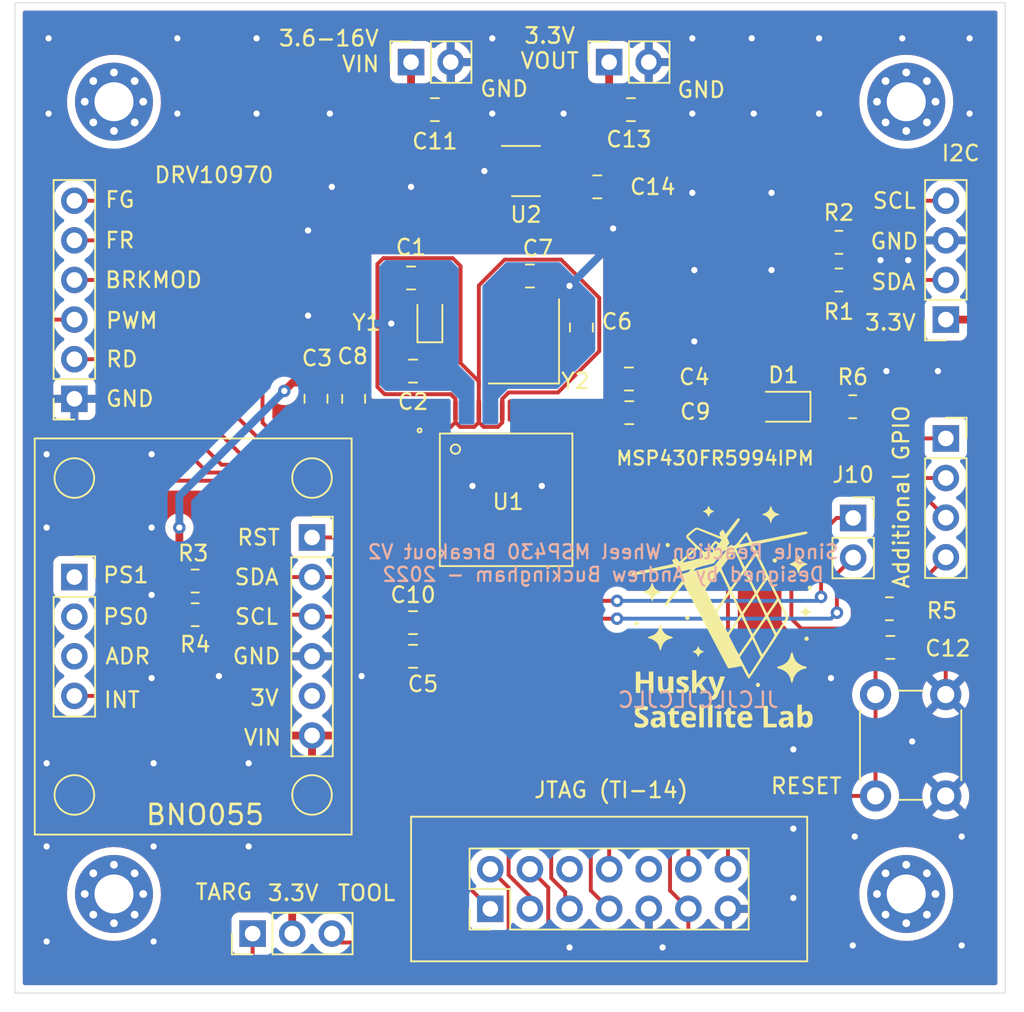
<source format=kicad_pcb>
(kicad_pcb (version 20211014) (generator pcbnew)
  (layers (0 "F.Cu" signal) (31 "B.Cu" signal) (34 "B.Paste" user) (35 "F.Paste" user) (36 "B.SilkS" user "B.Silkscreen") (37 "F.SilkS" user "F.Silkscreen") (38 "B.Mask" user) (39 "F.Mask" user) (44 "Edge.Cuts" user))
  (net 0 "")
  (net 1 "GND")
  (net 2 "5V")
  (net 3 "RST")
  (net 4 "Net-(C14-Pad1)")
  (net 5 "Net-(D1-Pad1)")
  (net 6 "LED")
  (net 7 "FG")
  (net 8 "FR")
  (net 9 "BRKMOD")
  (net 10 "PWM")
  (net 11 "RD")
  (net 12 "BNO_RST")
  (net 13 "SDA_INT")
  (net 14 "SCL_INT")
  (net 17 "INT")
  (net 19 "VCC_TARGET")
  (net 20 "VCC_TOOL")
  (net 21 "TDO")
  (net 22 "TDI")
  (net 23 "TMS")
  (net 25 "TCK")
  (net 26 "TEST")
  (net 27 "UART_CTS")
  (net 28 "UART_RXD")
  (net 29 "UART_TXD")
  (net 30 "SCL_EXT")
  (net 31 "SDA_EXT")
  (net 59 "LFXIN")
  (net 60 "LFXOUT")
  (net 61 "AVCC1")
  (net 62 "HFXIN")
  (net 63 "HFXOUT")
  (net 64 "GPIO1")
  (net 65 "GPIO2")
  (net 66 "GPIO3")
  (net 67 "GPIO4")
  (net 68 "ADC_IN_1")
  (net 69 "ADC_IN_2")
  (footprint "Capacitor_SMD:C_0805_2012Metric_Pad1.18x1.45mm_HandSolder" (layer "F.Cu") (at 143.637 73.279)
    (fp_text reference "C1")
    (fp_text value "10p")
  )
  (footprint "Capacitor_SMD:C_0805_2012Metric_Pad1.18x1.45mm_HandSolder" (layer "F.Cu") (at 143.764 79.248)
    (fp_text reference "C2")
    (fp_text value "10p")
  )
  (footprint "Capacitor_SMD:C_0805_2012Metric_Pad1.18x1.45mm_HandSolder" (layer "F.Cu") (at 137.541 81.026 90)
    (fp_text reference "C3")
    (fp_text value "1u")
  )
  (footprint "Capacitor_SMD:C_0805_2012Metric_Pad1.18x1.45mm_HandSolder" (layer "F.Cu") (at 157.607 79.756 180)
    (fp_text reference "C4")
    (fp_text value "1u")
  )
  (footprint "Capacitor_SMD:C_0805_2012Metric_Pad1.18x1.45mm_HandSolder" (layer "F.Cu") (at 143.764 97.536)
    (fp_text reference "C5")
    (fp_text value "1u")
  )
  (footprint "Capacitor_SMD:C_0805_2012Metric_Pad1.18x1.45mm_HandSolder" (layer "F.Cu") (at 154.559 76.454 90)
    (fp_text reference "C6")
    (fp_text value "10p")
  )
  (footprint "Capacitor_SMD:C_0805_2012Metric_Pad1.18x1.45mm_HandSolder" (layer "F.Cu") (at 151.257 73.152)
    (fp_text reference "C7")
    (fp_text value "10p")
  )
  (footprint "Capacitor_SMD:C_0805_2012Metric_Pad1.18x1.45mm_HandSolder" (layer "F.Cu") (at 139.954 81.026 90)
    (fp_text reference "C8")
    (fp_text value "100n")
  )
  (footprint "Capacitor_SMD:C_0805_2012Metric_Pad1.18x1.45mm_HandSolder" (layer "F.Cu") (at 157.6285 81.915 180)
    (fp_text reference "C9")
    (fp_text value "100n")
  )
  (footprint "Capacitor_SMD:C_0805_2012Metric_Pad1.18x1.45mm_HandSolder" (layer "F.Cu") (at 143.764 95.377)
    (fp_text reference "C10")
    (fp_text value "100n")
  )
  (footprint "Capacitor_SMD:C_0805_2012Metric_Pad1.18x1.45mm_HandSolder" (layer "F.Cu") (at 145.161 62.484)
    (fp_text reference "C11")
    (fp_text value "4.7u")
  )
  (footprint "Capacitor_SMD:C_0805_2012Metric_Pad1.18x1.45mm_HandSolder" (layer "F.Cu") (at 174.371 96.9645)
    (fp_text reference "C12")
    (fp_text value "1n")
  )
  (footprint "Capacitor_SMD:C_0805_2012Metric_Pad1.18x1.45mm_HandSolder" (layer "F.Cu") (at 157.734 62.484)
    (fp_text reference "C13")
    (fp_text value "4.7u")
  )
  (footprint "Capacitor_SMD:C_0805_2012Metric_Pad1.18x1.45mm_HandSolder" (layer "F.Cu") (at 155.575 67.437)
    (fp_text reference "C14")
    (fp_text value "0.01u")
  )
  (footprint "Connector_PinSocket_2.54mm:PinSocket_1x06_P2.54mm_Vertical" (layer "F.Cu") (at 122.047 81.026 180)
    (fp_text reference "J1")
    (fp_text value "Conn_DRV")
  )
  (footprint "Connector_PinSocket_2.54mm:PinSocket_1x06_P2.54mm_Vertical" (layer "F.Cu") (at 137.287 89.916)
    (fp_text reference "J2")
    (fp_text value "Conn_BNO_6")
  )
  (footprint "Connector_PinHeader_2.54mm:PinHeader_1x03_P2.54mm_Vertical" (layer "F.Cu") (at 133.477 115.316 90)
    (fp_text reference "J4")
    (fp_text value "Conn_Jumper")
  )
  (footprint "Connector_PinHeader_2.54mm:PinHeader_2x07_P2.54mm_Vertical" (layer "F.Cu") (at 148.717 113.7285 90)
    (fp_text reference "J5")
    (fp_text value "Conn_JTAG")
  )
  (footprint "Connector_PinSocket_2.54mm:PinSocket_1x02_P2.54mm_Vertical" (layer "F.Cu") (at 143.637 59.436 90)
    (fp_text reference "J6")
    (fp_text value "Conn_5V")
  )
  (footprint "Resistor_SMD:R_0805_2012Metric_Pad1.20x1.40mm_HandSolder" (layer "F.Cu") (at 171.069 73.406)
    (fp_text reference "R1")
    (fp_text value "10k")
  )
  (footprint "Resistor_SMD:R_0805_2012Metric_Pad1.20x1.40mm_HandSolder" (layer "F.Cu") (at 171.069 70.993)
    (fp_text reference "R2")
    (fp_text value "10k")
  )
  (footprint "Resistor_SMD:R_0805_2012Metric_Pad1.20x1.40mm_HandSolder" (layer "F.Cu") (at 129.794 92.71)
    (fp_text reference "R3")
    (fp_text value "10k")
  )
  (footprint "Resistor_SMD:R_0805_2012Metric_Pad1.20x1.40mm_HandSolder" (layer "F.Cu") (at 129.794 94.869)
    (fp_text reference "R4")
    (fp_text value "10k")
  )
  (footprint "Resistor_SMD:R_0805_2012Metric_Pad1.20x1.40mm_HandSolder" (layer "F.Cu") (at 174.3075 94.488 180)
    (fp_text reference "R5")
    (fp_text value "47k")
  )
  (footprint "Resistor_SMD:R_0805_2012Metric_Pad1.20x1.40mm_HandSolder" (layer "F.Cu") (at 171.958 81.534)
    (fp_text reference "R6")
    (fp_text value "470")
  )
  (footprint "Button_Switch_THT:SW_PUSH_6mm_H5mm" (layer "F.Cu") (at 173.4185 106.4895 90)
    (fp_text reference "SW1")
    (fp_text value "SW_RESET")
  )
  (footprint "HS2_parts:MSP430FR5994IPM" (layer "F.Cu") (at 149.733 87.503)
    (fp_text reference "U1")
    (fp_text value "MSP430FR5994IPM")
  )
  (footprint "Package_TO_SOT_SMD:SOT-23-5" (layer "F.Cu") (at 151.003 66.421)
    (fp_text reference "U2")
    (fp_text value "LP2985-3.3")
  )
  (footprint "Crystal:Crystal_SMD_3225-4Pin_3.2x2.5mm_HandSoldering" (layer "F.Cu") (at 150.876 77.343 90)
    (fp_text reference "Y2")
    (fp_text value "16M")
  )
  (footprint "Connector_PinSocket_2.54mm:PinSocket_1x04_P2.54mm_Vertical" (layer "F.Cu") (at 122.047 92.456)
    (fp_text reference "J3")
    (fp_text value "Conn_BNO_4")
  )
  (footprint "LED_SMD:LED_0805_2012Metric_Pad1.15x1.40mm_HandSolder" (layer "F.Cu") (at 167.386 81.534 180)
    (fp_text reference "D1")
    (fp_text value "LED")
  )
  (footprint "Connector_PinSocket_2.54mm:PinSocket_1x02_P2.54mm_Vertical" (layer "F.Cu") (at 156.337 59.436 90)
    (fp_text reference "J8")
    (fp_text value "Conn_3.3V")
  )
  (footprint "MountingHole:MountingHole_2.5mm_Pad_Via" (layer "F.Cu") (at 124.587 61.976)
    (fp_text reference "H1")
    (fp_text value "MountingHole")
  )
  (footprint "MountingHole:MountingHole_2.5mm_Pad_Via" (layer "F.Cu") (at 124.587 112.776)
    (fp_text reference "H2")
    (fp_text value "MountingHole")
  )
  (footprint "MountingHole:MountingHole_2.5mm_Pad_Via" (layer "F.Cu") (at 175.387 61.976)
    (fp_text reference "H3")
    (fp_text value "MountingHole")
  )
  (footprint "MountingHole:MountingHole_2.5mm_Pad_Via" (layer "F.Cu") (at 175.387 112.776)
    (fp_text reference "H4")
    (fp_text value "MountingHole")
  )
  (footprint "Connector_PinSocket_2.54mm:PinSocket_1x04_P2.54mm_Vertical" (layer "F.Cu") (at 177.927 75.946 180)
    (fp_text reference "J7")
    (fp_text value "Conn_I2C")
  )
  (footprint "Connector_PinSocket_2.54mm:PinSocket_1x04_P2.54mm_Vertical" (layer "F.Cu") (at 177.927 83.566)
    (fp_text reference "J9")
    (fp_text value "Conn_GPIO")
  )
  (footprint "Crystal:Crystal_SMD_2012-2Pin_2.0x1.2mm" (layer "F.Cu") (at 144.8435 76.2 90)
    (fp_text reference "Y1")
    (fp_text value "32k")
  )
  (footprint "HS2_parts:logo" (layer "F.Cu") (at 163.576 94.996)
    (fp_text reference "G***" hide)
    (fp_text value "LOGO" hide)
  )
  (footprint "Connector_PinSocket_2.54mm:PinSocket_1x02_P2.54mm_Vertical" (layer "F.Cu") (at 171.983 88.666)
    (fp_text reference "J10")
    (fp_text value "Conn_ADC")
  )
  (gr_line (start 139.827 108.966) (end 139.827 83.566) (layer "F.SilkS") (width 0.12))
  (gr_line (start 143.637 117.094) (end 143.637 107.823) (layer "F.SilkS") (width 0.12))
  (gr_circle (center 137.287 106.426) (end 138.557 106.426) (layer "F.SilkS") (width 0.12) (fill none))
  (gr_circle (center 137.287 86.106) (end 138.557 86.106) (layer "F.SilkS") (width 0.12) (fill none))
  (gr_circle (center 122.047 86.106) (end 123.317 86.106) (layer "F.SilkS") (width 0.12) (fill none))
  (gr_circle (center 122.047 106.426) (end 123.317 106.426) (layer "F.SilkS") (width 0.12) (fill none))
  (gr_line (start 143.637 107.823) (end 169.037 107.823) (layer "F.SilkS") (width 0.12))
  (gr_line (start 169.037 117.094) (end 143.637 117.094) (layer "F.SilkS") (width 0.12))
  (gr_line (start 119.507 108.966) (end 139.827 108.966) (layer "F.SilkS") (width 0.12))
  (gr_line (start 119.507 83.566) (end 119.507 108.966) (layer "F.SilkS") (width 0.12))
  (gr_line (start 169.037 107.823) (end 169.037 117.094) (layer "F.SilkS") (width 0.12))
  (gr_line (start 139.827 83.566) (end 119.507 83.566) (layer "F.SilkS") (width 0.12))
  (gr_line (start 118.237 119.126) (end 118.237 55.626) (layer "Edge.Cuts") (width 0.05))
  (gr_line (start 118.237 55.626) (end 181.737 55.626) (layer "Edge.Cuts") (width 0.05))
  (gr_line (start 181.737 119.126) (end 118.237 119.126) (layer "Edge.Cuts") (width 0.05))
  (gr_line (start 181.737 55.626) (end 181.737 119.126) (layer "Edge.Cuts") (width 0.05))
  (gr_text "Single Reaction Wheel MSP430 Breakout V2\nDesigned by Andrew Buckingham - 2022" (at 155.956 91.567) (layer "B.SilkS") (effects (font (size 0.9 0.9)) (justify mirror)))
  (gr_text "JLCJLCJLCJLC" (at 162.052 100.33) (layer "B.SilkS") (effects (font (size 1 1)) (justify mirror)))
  (gr_text "GND" (at 162.2425 61.214) (layer "F.SilkS") (effects (font (size 1 1))))
  (gr_text "SDA" (at 133.731 92.456) (layer "F.SilkS") (effects (font (size 1 1))))
  (gr_text "SDA" (at 174.5615 73.533) (layer "F.SilkS") (effects (font (size 1 1))))
  (gr_text "TOOL" (at 140.7795 112.7125) (layer "F.SilkS") (effects (font (size 1 1))))
  (gr_text "RD" (at 125.095 78.486) (layer "F.SilkS") (effects (font (size 1 1))))
  (gr_text "DRV10970" (at 131.0005 66.675) (layer "F.SilkS") (effects (font (size 1 1))))
  (gr_text "INT" (at 125.095 100.33) (layer "F.SilkS") (effects (font (size 1 1))))
  (gr_text "PWM" (at 125.73 76.0095) (layer "F.SilkS") (effects (font (size 1 1))))
  (gr_text "RST" (at 133.858 89.916) (layer "F.SilkS") (effects (font (size 1 1))))
  (gr_text "SCL" (at 174.625 68.326) (layer "F.SilkS") (effects (font (size 1 1))))
  (gr_text "ADR" (at 125.476 97.536) (layer "F.SilkS") (effects (font (size 1 1))))
  (gr_text "3.6-16V" (at 138.3665 57.912) (layer "F.SilkS") (effects (font (size 1 1))))
  (gr_text "FR" (at 124.968 70.866) (layer "F.SilkS") (effects (font (size 1 1))))
  (gr_text "GND" (at 174.625 70.9295) (layer "F.SilkS") (effects (font (size 1 1))))
  (gr_text "3.3V" (at 136.0805 112.7125) (layer "F.SilkS") (effects (font (size 1 1))))
  (gr_text "Additional GPIO" (at 175.0695 87.3125 90) (layer "F.SilkS") (effects (font (size 1 1))))
  (gr_text "3.3V" (at 174.371 76.1365) (layer "F.SilkS") (effects (font (size 1 1))))
  (gr_text "GND" (at 149.606 61.1505) (layer "F.SilkS") (effects (font (size 1 1))))
  (gr_text "BNO055" (at 130.429 107.696) (layer "F.SilkS") (effects (font (size 1.27 1.27) (thickness 0.1778))))
  (gr_text "I2C" (at 178.8795 65.278) (layer "F.SilkS") (effects (font (size 1 1))))
  (gr_text "JTAG (TI-14)" (at 156.464 106.1085) (layer "F.SilkS") (effects (font (size 1 1))))
  (gr_text "SCL" (at 133.731 94.996) (layer "F.SilkS") (effects (font (size 1 1))))
  (gr_text "BRKMOD" (at 127.127 73.406) (layer "F.SilkS") (effects (font (size 1 1))))
  (gr_text "RESET" (at 168.9735 105.8545) (layer "F.SilkS") (effects (font (size 1 1))))
  (gr_text "TARG" (at 131.6355 112.649) (layer "F.SilkS") (effects (font (size 1 1))))
  (gr_text "VIN" (at 134.112 102.743) (layer "F.SilkS") (effects (font (size 1 1))))
  (gr_text "3V" (at 134.239 100.203) (layer "F.SilkS") (effects (font (size 1 1))))
  (gr_text "3.3V\nVOUT" (at 152.527 58.547) (layer "F.SilkS") (effects (font (size 1 1))))
  (gr_text "VIN" (at 140.3985 59.563) (layer "F.SilkS") (effects (font (size 1 1))))
  (gr_text "PS1" (at 125.349 92.329) (layer "F.SilkS") (effects (font (size 1 1))))
  (gr_text "FG" (at 124.968 68.2625) (layer "F.SilkS") (effects (font (size 1 1))))
  (gr_text "GND" (at 133.731 97.536) (layer "F.SilkS") (effects (font (size 1 1))))
  (gr_text "PS0" (at 125.349 94.996) (layer "F.SilkS") (effects (font (size 1 1))))
  (gr_text "GND" (at 125.603 81.026) (layer "F.SilkS") (effects (font (size 1 1))))
  (segment (start 147.983001 82.524762) (end 147.983001 81.778) (width 0.25) (layer "F.Cu") (net 1))
  (segment (start 146.304 72.009) (end 141.859 72.009) (width 0.25) (layer "F.Cu") (net 1))
  (segment (start 147.983001 80.165001) (end 147.983001 81.778) (width 0.25) (layer "F.Cu") (net 1))
  (segment (start 149.483 81.031236) (end 149.896225 80.618011) (width 0.25) (layer "F.Cu") (net 1))
  (segment (start 149.483 81.778) (end 149.483 81.031236) (width 0.25) (layer "F.Cu") (net 1))
  (segment (start 143.033001 90.753001) (end 144.008 90.753001) (width 0.25) (layer "F.Cu") (net 1))
  (segment (start 177.9185 97.5275) (end 177.9185 99.9895) (width 0.25) (layer "F.Cu") (net 1))
  (segment (start 175.4085 96.9645) (end 177.3555 96.9645) (width 0.25) (layer "F.Cu") (net 1))
  (segment (start 146.482999 81.778) (end 146.482999 82.524763) (width 0.25) (layer "F.Cu") (net 1))
  (segment (start 146.179755 80.727991) (end 146.482999 81.031235) (width 0.25) (layer "F.Cu") (net 1))
  (segment (start 158.877 59.436) (end 158.877 62.3785) (width 0.5) (layer "F.Cu") (net 1))
  (segment (start 142.5995 73.279) (end 142.5995 75.9675) (width 0.25) (layer "F.Cu") (net 1))
  (segment (start 147.983001 80.165001) (end 147.983001 79.911001) (width 0.25) (layer "F.Cu") (net 1))
  (segment (start 149.726 78.643) (end 152.026 76.343) (width 0.25) (layer "F.Cu") (net 1))
  (segment (start 158.666 83.269) (end 158.666 81.915) (width 0.25) (layer "F.Cu") (net 1))
  (segment (start 149.200991 82.828009) (end 149.483 82.546) (width 0.25) (layer "F.Cu") (net 1))
  (segment (start 146.1985 59.4575) (end 146.177 59.436) (width 0.5) (layer "F.Cu") (net 1))
  (segment (start 149.896225 80.618011) (end 153.058179 80.618011) (width 0.25) (layer "F.Cu") (net 1))
  (segment (start 158.182 83.753) (end 158.666 83.269) (width 0.25) (layer "F.Cu") (net 1))
  (segment (start 141.478 76.2) (end 141.478 80.264) (width 0.25) (layer "F.Cu") (net 1))
  (segment (start 149.64382 72.10199) (end 147.983001 73.762809) (width 0.25) (layer "F.Cu") (net 1))
  (segment (start 141.859 72.009) (end 141.478 72.39) (width 0.25) (layer "F.Cu") (net 1))
  (segment (start 142.367 76.2) (end 141.478 76.2) (width 0.25) (layer "F.Cu") (net 1))
  (segment (start 142.7265 79.248) (end 142.7265 76.5595) (width 0.25) (layer "F.Cu") (net 1))
  (segment (start 155.458 83.753) (end 158.182 83.753) (width 0.25) (layer "F.Cu") (net 1))
  (segment (start 146.1985 62.484) (end 146.1985 59.4575) (width 0.5) (layer "F.Cu") (net 1))
  (segment (start 147.983001 73.762809) (end 147.983001 80.165001) (width 0.25) (layer "F.Cu") (net 1))
  (segment (start 156.591 67.4585) (end 156.6125 67.437) (width 0.5) (layer "F.Cu") (net 1))
  (segment (start 141.478 72.39) (end 141.478 76.2) (width 0.25) (layer "F.Cu") (net 1))
  (segment (start 143.280009 82.828009) (end 142.5155 82.0635) (width 0.25) (layer "F.Cu") (net 1))
  (segment (start 146.786245 82.828009) (end 147.679754 82.828009) (width 0.25) (layer "F.Cu") (net 1))
  (segment (start 149.726 78.793) (end 149.726 78.643) (width 0.25) (layer "F.Cu") (net 1))
  (segment (start 147.983001 82.524762) (end 148.286248 82.828009) (width 0.25) (layer "F.Cu") (net 1))
  (segment (start 146.482999 82.524763) (end 146.786245 82.828009) (width 0.25) (layer "F.Cu") (net 1))
  (segment (start 155.702 74.549) (end 154.3685 73.2155) (width 0.25) (layer "F.Cu") (net 1))
  (segment (start 141.941991 80.727991) (end 146.179755 80.727991) (width 0.25) (layer "F.Cu") (net 1))
  (segment (start 158.877 62.3785) (end 158.7715 62.484) (width 0.5) (layer "F.Cu") (net 1))
  (segment (start 142.5155 82.0635) (end 139.954 82.0635) (width 0.25) (layer "F.Cu") (net 1))
  (segment (start 153.162 73.152) (end 153.797 73.787) (width 0.25) (layer "F.Cu") (net 1))
  (segment (start 152.026 75.558) (end 153.797 73.787) (width 0.25) (layer "F.Cu") (net 1))
  (segment (start 154.559 75.4165) (end 154.559 74.549) (width 0.25) (layer "F.Cu") (net 1))
  (segment (start 154.3685 73.2155) (end 153.25499 72.10199) (width 0.25) (layer "F.Cu") (net 1))
  (segment (start 146.179753 82.828009) (end 146.482999 82.524763) (width 0.25) (layer "F.Cu") (net 1))
  (segment (start 141.478 80.264) (end 141.941991 80.727991) (width 0.25) (layer "F.Cu") (net 1))
  (segment (start 139.954 82.0635) (end 137.541 82.0635) (width 0.25) (layer "F.Cu") (net 1))
  (segment (start 146.482999 81.031235) (end 146.482999 81.778) (width 0.25) (layer "F.Cu") (net 1))
  (segment (start 149.483 82.546) (end 149.483 81.778) (width 0.25) (layer "F.Cu") (net 1))
  (segment (start 152.026 76.343) (end 152.026 75.893) (width 0.25) (layer "F.Cu") (net 1))
  (segment (start 147.983001 79.911001) (end 146.812 78.74) (width 0.25) (layer "F.Cu") (net 1))
  (segment (start 146.179753 82.828009) (end 143.280009 82.828009) (width 0.25) (layer "F.Cu") (net 1))
  (segment (start 153.25499 72.10199) (end 149.64382 72.10199) (width 0.25) (layer "F.Cu") (net 1))
  (segment (start 149.903 66.421) (end 148.336 66.421) (width 0.5) (layer "F.Cu") (net 1))
  (segment (start 148.286248 82.828009) (end 149.200991 82.828009) (width 0.25) (layer "F.Cu") (net 1))
  (segment (start 153.058179 80.618011) (end 155.702 77.97419) (width 0.25) (layer "F.Cu") (net 1))
  (segment (start 142.5995 75.9675) (end 142.367 76.2) (width 0.25) (layer "F.Cu") (net 1))
  (segment (start 153.797 73.787) (end 154.3685 73.2155) (width 0.25) (layer "F.Cu") (net 1))
  (segment (start 152.2945 73.152) (end 153.162 73.152) (width 0.25) (layer "F.Cu") (net 1))
  (segment (start 142.7265 76.5595) (end 142.367 76.2) (width 0.25) (layer "F.Cu") (net 1))
  (segment (start 147.679754 82.828009) (end 147.983001 82.524762) (width 0.25) (layer "F.Cu") (net 1))
  (segment (start 142.7265 95.377) (end 142.7265 91.059502) (width 0.25) (layer "F.Cu") (net 1))
  (segment (start 152.026 75.893) (end 152.026 75.558) (width 0.25) (layer "F.Cu") (net 1))
  (segment (start 154.559 74.549) (end 153.797 73.787) (width 0.25) (layer "F.Cu") (net 1))
  (segment (start 146.812 78.74) (end 146.812 72.517) (width 0.25) (layer "F.Cu") (net 1))
  (segment (start 155.702 77.97419) (end 155.702 74.549) (width 0.25) (layer "F.Cu") (net 1))
  (segment (start 177.3555 96.9645) (end 177.9185 97.5275) (width 0.25) (layer "F.Cu") (net 1))
  (segment (start 142.7265 91.059502) (end 143.033001 90.753001) (width 0.25) (layer "F.Cu") (net 1))
  (segment (start 146.812 72.517) (end 146.304 72.009) (width 0.25) (layer "F.Cu") (net 1))
  (via (at 166.751 72.771) (size 0.8) (drill 0.4) (layers "F.Cu" "B.Cu") (net 1))
  (via (at 133.731 62.738) (size 0.8) (drill 0.4) (layers "F.Cu" "B.Cu") (net 1))
  (via (at 143.637 67.437) (size 0.8) (drill 0.4) (layers "F.Cu" "B.Cu") (net 1))
  (via (at 169.799 62.738) (size 0.8) (drill 0.4) (layers "F.Cu" "B.Cu") (net 1))
  (via (at 175.768 102.997) (size 0.8) (drill 0.4) (layers "F.Cu" "B.Cu") (net 1))
  (via (at 140.462 98.806) (size 0.8) (drill 0.4) (layers "F.Cu" "B.Cu") (net 1))
  (via (at 153.797 73.787) (size 0.8) (drill 0.4) (layers "F.Cu" "B.Cu") (net 1))
  (via (at 133.731 57.912) (size 0.8) (drill 0.4) (layers "F.Cu" "B.Cu") (net 1))
  (via (at 173.736 72.136) (size 0.8) (drill 0.4) (layers "F.Cu" "B.Cu") (net 1))
  (via (at 142.367 76.2) (size 0.8) (drill 0.4) (layers "F.Cu" "B.Cu") (net 1))
  (via (at 138.557 67.437) (size 0.8) (drill 0.4) (layers "F.Cu" "B.Cu") (net 1))
  (via (at 166.751 67.818) (size 0.8) (drill 0.4) (layers "F.Cu" "B.Cu") (net 1))
  (via (at 127.127 104.394) (size 0.8) (drill 0.4) (layers "F.Cu" "B.Cu") (net 1))
  (via (at 127 98.933) (size 0.8) (drill 0.4) (layers "F.Cu" "B.Cu") (net 1))
  (via (at 177.419 79.248) (size 0.8) (drill 0.4) (layers "F.Cu" "B.Cu") (net 1))
  (via (at 128.651 57.912) (size 0.8) (drill 0.4) (layers "F.Cu" "B.Cu") (net 1))
  (via (at 127 89.281) (size 0.8) (drill 0.4) (layers "F.Cu" "B.Cu") (net 1))
  (via (at 161.671 57.912) (size 0.8) (drill 0.4) (layers "F.Cu" "B.Cu") (net 1))
  (via (at 159.766 116.205) (size 0.8) (drill 0.4) (layers "F.Cu" "B.Cu") (net 1))
  (via (at 120.269 89.281) (size 0.8) (drill 0.4) (layers "F.Cu" "B.Cu") (net 1))
  (via (at 168.148 103.505) (size 0.8) (drill 0.4) (layers "F.Cu" "B.Cu") (net 1))
  (via (at 168.148 113.03) (size 0.8) (drill 0.4) (layers "F.Cu" "B.Cu") (net 1))
  (via (at 147.574 86.614) (size 0.8) (drill 0.4) (layers "F.Cu" "B.Cu") (net 1))
  (via (at 137.033 75.692) (size 0.8) (drill 0.4) (layers "F.Cu" "B.Cu") (net 1))
  (via (at 175.133 57.912) (size 0.8) (drill 0.4) (layers "F.Cu" "B.Cu") (net 1))
  (via (at 179.451 62.738) (size 0.8) (drill 0.4) (layers "F.Cu" "B.Cu") (net 1))
  (via (at 179.451 57.912) (size 0.8) (drill 0.4) (layers "F.Cu" "B.Cu") (net 1))
  (via (at 133.223 104.394) (size 0.8) (drill 0.4) (layers "F.Cu" "B.Cu") (net 1))
  (via (at 120.269 115.824) (size 0.8) (drill 0.4) (layers "F.Cu" "B.Cu") (net 1))
  (via (at 131.318 98.806) (size 0.8) (drill 0.4) (layers "F.Cu" "B.Cu") (net 1))
  (via (at 168.148 108.585) (size 0.8) (drill 0.4) (layers "F.Cu" "B.Cu") (net 1))
  (via (at 161.798 72.771) (size 0.8) (drill 0.4) (layers "F.Cu" "B.Cu") (net 1))
  (via (at 128.651 62.738) (size 0.8) (drill 0.4) (layers "F.Cu" "B.Cu") (net 1))
  (via (at 165.481 57.912) (size 0.8) (drill 0.4) (layers "F.Cu" "B.Cu") (net 1))
  (via (at 175.514 72.136) (size 0.8) (drill 0.4) (layers "F.Cu" "B.Cu") (net 1))
  (via (at 156.591 70.104) (size 0.8) (drill 0.4) (layers "F.Cu" "B.Cu") (net 1))
  (via (at 169.799 57.912) (size 0.8) (drill 0.4) (layers "F.Cu" "B.Cu") (net 1))
  (via (at 161.671 67.818) (size 0.8) (drill 0.4) (layers "F.Cu" "B.Cu") (net 1))
  (via (at 127.127 115.824) (size 0.8) (drill 0.4) (layers "F.Cu" "B.Cu") (net 1))
  (via (at 120.396 62.738) (size 0.8) (drill 0.4) (layers "F.Cu" "B.Cu") (net 1))
  (via (at 153.416 62.738) (size 0.8) (drill 0.4) (layers "F.Cu" "B.Cu") (net 1))
  (via (at 148.844 57.912) (size 0.8) (drill 0.4) (layers "F.Cu" "B.Cu") (net 1))
  (via (at 165.608 62.738) (size 0.8) (drill 0.4) (layers "F.Cu" "B.Cu") (net 1))
  (via (at 120.269 109.728) (size 0.8) (drill 0.4) (layers "F.Cu" "B.Cu") (net 1))
  (via (at 172.085 109.093) (size 0.8) (drill 0.4) (layers "F.Cu" "B.Cu") (net 1))
  (via (at 120.269 104.394) (size 0.8) (drill 0.4) (layers "F.Cu" "B.Cu") (net 1))
  (via (at 127.127 109.728) (size 0.8) (drill 0.4) (layers "F.Cu" "B.Cu") (net 1))
  (via (at 148.844 62.738) (size 0.8) (drill 0.4) (layers "F.Cu" "B.Cu") (net 1))
  (via (at 174.117 79.248) (size 0.8) (drill 0.4) (layers "F.Cu" "B.Cu") (net 1))
  (via (at 152.019 86.614) (size 0.8) (drill 0.4) (layers "F.Cu" "B.Cu") (net 1))
  (via (at 127 84.582) (size 0.8) (drill 0.4) (layers "F.Cu" "B.Cu") (net 1))
  (via (at 120.269 84.582) (size 0.8) (drill 0.4) (layers "F.Cu" "B.Cu") (net 1))
  (via (at 120.396 57.912) (size 0.8) (drill 0.4) (layers "F.Cu" "B.Cu") (net 1))
  (via (at 171.958 116.078) (size 0.8) (drill 0.4) (layers "F.Cu" "B.Cu") (net 1))
  (via (at 148.336 66.421) (size 0.8) (drill 0.4) (layers "F.Cu" "B.Cu") (net 1))
  (via (at 161.798 77.343) (size 0.8) (drill 0.4) (layers "F.Cu" "B.Cu") (net 1))
  (via (at 153.797 116.205) (size 0.8) (drill 0.4) (layers "F.Cu" "B.Cu") (net 1))
  (via (at 161.671 62.738) (size 0.8) (drill 0.4) (layers "F.Cu" "B.Cu") (net 1))
  (via (at 170.561 98.933) (size 0.8) (drill 0.4) (layers "F.Cu" "B.Cu") (net 1))
  (via (at 133.223 109.728) (size 0.8) (drill 0.4) (layers "F.Cu" "B.Cu") (net 1))
  (via (at 138.43 62.738) (size 0.8) (drill 0.4) (layers "F.Cu" "B.Cu") (net 1))
  (via (at 127 93.599) (size 0.8) (drill 0.4) (layers "F.Cu" "B.Cu") (net 1))
  (via (at 137.033 70.231) (size 0.8) (drill 0.4) (layers "F.Cu" "B.Cu") (net 1))
  (via (at 178.943 116.078) (size 0.8) (drill 0.4) (layers "F.Cu" "B.Cu") (net 1))
  (via (at 178.943 109.093) (size 0.8) (drill 0.4) (layers "F.Cu" "B.Cu") (net 1))
  (segment (start 142.367 76.2) (end 139.7 76.2) (width 0.5) (layer "B.Cu") (net 1))
  (segment (start 153.797 73.787) (end 156.464 71.12) (width 0.5) (layer "B.Cu") (net 1))
  (segment (start 147.127 67.371) (end 146.746 66.99) (width 0.5) (layer "F.Cu") (net 2))
  (segment (start 144.1235 64.7485) (end 144.1235 62.484) (width 0.5) (layer "F.Cu") (net 2))
  (segment (start 146.746 65.471) (end 144.846 65.471) (width 0.5) (layer "F.Cu") (net 2))
  (segment (start 143.637 59.436) (end 143.637 61.9975) (width 0.5) (layer "F.Cu") (net 2))
  (segment (start 149.903 67.371) (end 147.127 67.371) (width 0.5) (layer "F.Cu") (net 2))
  (segment (start 144.846 65.471) (end 144.1235 64.7485) (width 0.5) (layer "F.Cu") (net 2))
  (segment (start 149.903 65.471) (end 146.746 65.471) (width 0.5) (layer "F.Cu") (net 2))
  (segment (start 146.746 66.99) (end 146.746 65.471) (width 0.5) (layer "F.Cu") (net 2))
  (segment (start 143.637 61.9975) (end 144.1235 62.484) (width 0.5) (layer "F.Cu") (net 2))
  (segment (start 162.1155 116.205) (end 169.291 116.205) (width 0.25) (layer "F.Cu") (net 3))
  (segment (start 152.983001 98.119001) (end 153.8605 98.9965) (width 0.25) (layer "F.Cu") (net 3))
  (segment (start 160.241999 112.553499) (end 161.417 113.7285) (width 0.25) (layer "F.Cu") (net 3))
  (segment (start 161.417 113.7285) (end 161.417 115.5065) (width 0.25) (layer "F.Cu") (net 3))
  (segment (start 173.3335 94.514) (end 173.3075 94.488) (width 0.25) (layer "F.Cu") (net 3))
  (segment (start 169.291 116.205) (end 170.307 115.189) (width 0.25) (layer "F.Cu") (net 3))
  (segment (start 171.069 106.4895) (end 173.4185 106.4895) (width 0.25) (layer "F.Cu") (net 3))
  (segment (start 173.4185 99.9895) (end 173.4185 97.0495) (width 0.25) (layer "F.Cu") (net 3))
  (segment (start 173.3335 96.9645) (end 173.3335 94.514) (width 0.25) (layer "F.Cu") (net 3))
  (segment (start 173.4185 106.4895) (end 173.4185 99.9895) (width 0.25) (layer "F.Cu") (net 3))
  (segment (start 161.417 115.5065) (end 162.1155 116.205) (width 0.25) (layer "F.Cu") (net 3))
  (segment (start 170.307 115.189) (end 170.307 107.2515) (width 0.25) (layer "F.Cu") (net 3))
  (segment (start 160.241999 99.726499) (end 160.241999 112.553499) (width 0.25) (layer "F.Cu") (net 3))
  (segment (start 153.8605 98.9965) (end 159.512 98.9965) (width 0.25) (layer "F.Cu") (net 3))
  (segment (start 152.983001 93.228) (end 152.983001 98.119001) (width 0.25) (layer "F.Cu") (net 3))
  (segment (start 170.307 107.2515) (end 171.069 106.4895) (width 0.25) (layer "F.Cu") (net 3))
  (segment (start 159.512 98.9965) (end 160.241999 99.726499) (width 0.25) (layer "F.Cu") (net 3))
  (segment (start 173.4185 97.0495) (end 173.3335 96.9645) (width 0.25) (layer "F.Cu") (net 3))
  (segment (start 152.169 67.437) (end 152.103 67.371) (width 0.5) (layer "F.Cu") (net 4))
  (segment (start 154.5375 67.437) (end 152.169 67.437) (width 0.5) (layer "F.Cu") (net 4))
  (segment (start 170.958 81.534) (end 168.411 81.534) (width 0.25) (layer "F.Cu") (net 5))
  (segment (start 166.361 81.534) (end 164.719 81.534) (width 0.25) (layer "F.Cu") (net 6))
  (segment (start 158.5 87.753) (end 164.719 81.534) (width 0.25) (layer "F.Cu") (net 6))
  (segment (start 155.458 87.753) (end 158.5 87.753) (width 0.25) (layer "F.Cu") (net 6))
  (segment (start 144.008 84.252999) (end 134.544999 84.252999) (width 0.25) (layer "F.Cu") (net 7))
  (segment (start 130.048 68.326) (end 122.047 68.326) (width 0.25) (layer "F.Cu") (net 7))
  (segment (start 134.544999 84.252999) (end 132.334 82.042) (width 0.25) (layer "F.Cu") (net 7))
  (segment (start 132.334 70.612) (end 130.048 68.326) (width 0.25) (layer "F.Cu") (net 7))
  (segment (start 132.334 82.042) (end 132.334 70.612) (width 0.25) (layer "F.Cu") (net 7))
  (segment (start 144.008 84.753) (end 132.886 84.753) (width 0.25) (layer "F.Cu") (net 8))
  (segment (start 129.286 70.866) (end 122.047 70.866) (width 0.25) (layer "F.Cu") (net 8))
  (segment (start 130.937 72.517) (end 129.286 70.866) (width 0.25) (layer "F.Cu") (net 8))
  (segment (start 130.937 82.804) (end 130.937 72.517) (width 0.25) (layer "F.Cu") (net 8))
  (segment (start 132.886 84.753) (end 130.937 82.804) (width 0.25) (layer "F.Cu") (net 8))
  (segment (start 144.008 85.252999) (end 131.480999 85.252999) (width 0.25) (layer "F.Cu") (net 9))
  (segment (start 131.480999 85.252999) (end 129.54 83.312) (width 0.25) (layer "F.Cu") (net 9))
  (segment (start 128.27 73.406) (end 122.047 73.406) (width 0.25) (layer "F.Cu") (net 9))
  (segment (start 129.54 83.312) (end 129.54 74.676) (width 0.25) (layer "F.Cu") (net 9))
  (segment (start 129.54 74.676) (end 128.27 73.406) (width 0.25) (layer "F.Cu") (net 9))
  (segment (start 132.715 65.405) (end 120.65 65.405) (width 0.25) (layer "F.Cu") (net 10))
  (segment (start 119.634 75.311) (end 120.269 75.946) (width 0.25) (layer "F.Cu") (net 10))
  (segment (start 134.112 66.802) (end 132.715 65.405) (width 0.25) (layer "F.Cu") (net 10))
  (segment (start 120.269 75.946) (end 122.047 75.946) (width 0.25) (layer "F.Cu") (net 10))
  (segment (start 119.634 66.421) (end 119.634 75.311) (width 0.25) (layer "F.Cu") (net 10))
  (segment (start 120.65 65.405) (end 119.634 66.421) (width 0.25) (layer "F.Cu") (net 10))
  (segment (start 135.315 83.753) (end 134.112 82.55) (width 0.25) (layer "F.Cu") (net 10))
  (segment (start 144.008 83.753) (end 135.315 83.753) (width 0.25) (layer "F.Cu") (net 10))
  (segment (start 134.112 82.55) (end 134.112 66.802) (width 0.25) (layer "F.Cu") (net 10))
  (segment (start 144.008 85.753001) (end 130.584001 85.753001) (width 0.25) (layer "F.Cu") (net 11))
  (segment (start 128.397 83.566) (end 128.397 80.264) (width 0.25) (layer "F.Cu") (net 11))
  (segment (start 126.619 78.486) (end 122.047 78.486) (width 0.25) (layer "F.Cu") (net 11))
  (segment (start 128.397 80.264) (end 126.619 78.486) (width 0.25) (layer "F.Cu") (net 11))
  (segment (start 130.584001 85.753001) (end 128.397 83.566) (width 0.25) (layer "F.Cu") (net 11))
  (segment (start 139.192 89.916) (end 137.287 89.916) (width 0.25) (layer "F.Cu") (net 12))
  (segment (start 143.608009 87.277991) (end 141.830009 87.277991) (width 0.25) (layer "F.Cu") (net 12))
  (segment (start 144.008 87.253) (end 143.633 87.253) (width 0.25) (layer "F.Cu") (net 12))
  (segment (start 143.633 87.253) (end 143.608009 87.277991) (width 0.25) (layer "F.Cu") (net 12))
  (segment (start 141.830009 87.277991) (end 139.192 89.916) (width 0.25) (layer "F.Cu") (net 12))
  (segment (start 143.641 87.753) (end 143.616008 87.777992) (width 0.25) (layer "F.Cu") (net 13))
  (segment (start 139.954 90.17) (end 139.954 91.694) (width 0.25) (layer "F.Cu") (net 13))
  (segment (start 139.954 91.694) (end 139.192 92.456) (width 0.25) (layer "F.Cu") (net 13))
  (segment (start 143.616008 87.777992) (end 142.346008 87.777992) (width 0.25) (layer "F.Cu") (net 13))
  (segment (start 142.346008 87.777992) (end 139.954 90.17) (width 0.25) (layer "F.Cu") (net 13))
  (segment (start 137.287 92.456) (end 131.048 92.456) (width 0.25) (layer "F.Cu") (net 13))
  (segment (start 139.192 92.456) (end 137.287 92.456) (width 0.25) (layer "F.Cu") (net 13))
  (segment (start 141.351 90.163236) (end 141.351 94.234) (width 0.25) (layer "F.Cu") (net 14))
  (segment (start 140.589 94.996) (end 137.287 94.996) (width 0.25) (layer "F.Cu") (net 14))
  (segment (start 141.351 94.234) (end 140.589 94.996) (width 0.25) (layer "F.Cu") (net 14))
  (segment (start 130.794 94.869) (end 137.16 94.869) (width 0.25) (layer "F.Cu") (net 14))
  (segment (start 137.16 94.869) (end 137.287 94.996) (width 0.25) (layer "F.Cu") (net 14))
  (segment (start 144.008 88.253001) (end 143.261235 88.253001) (width 0.25) (layer "F.Cu") (net 14))
  (segment (start 143.261235 88.253001) (end 141.351 90.163236) (width 0.25) (layer "F.Cu") (net 14))
  (segment (start 143.8075 86.253) (end 143.78251 86.27799) (width 0.25) (layer "F.Cu") (net 17))
  (segment (start 143.78251 86.27799) (end 126.89151 86.27799) (width 0.25) (layer "F.Cu") (net 17))
  (segment (start 124.333 100.076) (end 122.047 100.076) (width 0.25) (layer "F.Cu") (net 17))
  (segment (start 126.89151 86.27799) (end 125.095 88.0745) (width 0.25) (layer "F.Cu") (net 17))
  (segment (start 125.095 99.314) (end 124.333 100.076) (width 0.25) (layer "F.Cu") (net 17))
  (segment (start 143.998 86.253) (end 143.97301 86.27799) (width 0.25) (layer "F.Cu") (net 17))
  (segment (start 125.095 88.0745) (end 125.095 99.314) (width 0.25) (layer "F.Cu") (net 17))
  (segment (start 144.008 86.253) (end 143.8075 86.253) (width 0.25) (layer "F.Cu") (net 17))
  (segment (start 144.008 86.253) (end 143.998 86.253) (width 0.25) (layer "F.Cu") (net 17))
  (segment (start 133.477 116.967) (end 133.477 115.316) (width 0.25) (layer "F.Cu") (net 19))
  (segment (start 152.432001 116.680999) (end 151.765 117.348) (width 0.25) (layer "F.Cu") (net 19))
  (segment (start 151.257 111.1885) (end 152.432001 112.363501) (width 0.25) (layer "F.Cu") (net 19))
  (segment (start 151.765 117.348) (end 133.858 117.348) (width 0.25) (layer "F.Cu") (net 19))
  (segment (start 133.858 117.348) (end 133.477 116.967) (width 0.25) (layer "F.Cu") (net 19))
  (segment (start 152.432001 112.363501) (end 152.432001 116.680999) (width 0.25) (layer "F.Cu") (net 19))
  (segment (start 148.717 111.1885) (end 149.892001 112.363501) (width 0.25) (layer "F.Cu") (net 20))
  (segment (start 139.1285 115.8875) (end 138.557 115.316) (width 0.25) (layer "F.Cu") (net 20))
  (segment (start 149.892001 112.363501) (end 149.892001 115.410999) (width 0.25) (layer "F.Cu") (net 20))
  (segment (start 149.892001 115.410999) (end 149.4155 115.8875) (width 0.25) (layer "F.Cu") (net 20))
  (segment (start 149.4155 115.8875) (end 139.1285 115.8875) (width 0.25) (layer "F.Cu") (net 20))
  (segment (start 146.8755 105.283) (end 145.983 104.3905) (width 0.25) (layer "F.Cu") (net 21))
  (segment (start 146.8755 111.887) (end 146.8755 105.283) (width 0.25) (layer "F.Cu") (net 21))
  (segment (start 145.983 104.3905) (end 145.983 93.228) (width 0.25) (layer "F.Cu") (net 21))
  (segment (start 148.717 113.7285) (end 146.8755 111.887) (width 0.25) (layer "F.Cu") (net 21))
  (segment (start 149.892001 105.696001) (end 149.892001 111.562503) (width 0.25) (layer "F.Cu") (net 22))
  (segment (start 146.482999 103.556999) (end 146.482999 93.228) (width 0.25) (layer "F.Cu") (net 22))
  (segment (start 147.701 104.775) (end 146.482999 103.556999) (width 0.25) (layer "F.Cu") (net 22))
  (segment (start 151.257 112.927502) (end 151.257 113.7285) (width 0.25) (layer "F.Cu") (net 22))
  (segment (start 149.892001 105.696001) (end 148.971 104.775) (width 0.25) (layer "F.Cu") (net 22))
  (segment (start 148.971 104.775) (end 147.701 104.775) (width 0.25) (layer "F.Cu") (net 22))
  (segment (start 149.892001 111.562503) (end 151.257 112.927502) (width 0.25) (layer "F.Cu") (net 22))
  (segment (start 151.5745 103.886) (end 147.955 103.886) (width 0.25) (layer "F.Cu") (net 23))
  (segment (start 147.955 103.886) (end 146.983 102.914) (width 0.25) (layer "F.Cu") (net 23))
  (segment (start 152.621999 104.933499) (end 152.621999 111.752501) (width 0.25) (layer "F.Cu") (net 23))
  (segment (start 152.621999 111.752501) (end 153.518498 112.649) (width 0.25) (layer "F.Cu") (net 23))
  (segment (start 153.518498 112.649) (end 153.518498 113.449998) (width 0.25) (layer "F.Cu") (net 23))
  (segment (start 153.518498 113.449998) (end 153.797 113.7285) (width 0.25) (layer "F.Cu") (net 23))
  (segment (start 146.983 102.914) (end 146.983 93.228) (width 0.25) (layer "F.Cu") (net 23))
  (segment (start 152.621999 104.933499) (end 151.5745 103.886) (width 0.25) (layer "F.Cu") (net 23))
  (segment (start 147.482999 101.889999) (end 147.482999 93.228) (width 0.25) (layer "F.Cu") (net 25))
  (segment (start 155.161999 112.553499) (end 155.161999 103.409499) (width 0.25) (layer "F.Cu") (net 25))
  (segment (start 156.337 113.7285) (end 155.161999 112.553499) (width 0.25) (layer "F.Cu") (net 25))
  (segment (start 155.161999 103.409499) (end 154.6225 102.87) (width 0.25) (layer "F.Cu") (net 25))
  (segment (start 154.6225 102.87) (end 148.463 102.87) (width 0.25) (layer "F.Cu") (net 25))
  (segment (start 148.463 102.87) (end 147.482999 101.889999) (width 0.25) (layer "F.Cu") (net 25))
  (segment (start 156.337 101.7905) (end 155.1305 100.584) (width 0.25) (layer "F.Cu") (net 26))
  (segment (start 152.483 99.9685) (end 152.483 93.228) (width 0.25) (layer "F.Cu") (net 26))
  (segment (start 155.1305 100.584) (end 153.0985 100.584) (width 0.25) (layer "F.Cu") (net 26))
  (segment (start 156.337 111.1885) (end 156.337 101.7905) (width 0.25) (layer "F.Cu") (net 26))
  (segment (start 153.0985 100.584) (end 152.483 99.9685) (width 0.25) (layer "F.Cu") (net 26))
  (segment (start 163.957 92.583) (end 162.627 91.253) (width 0.25) (layer "F.Cu") (net 28))
  (segment (start 163.957 111.1885) (end 163.957 92.583) (width 0.25) (layer "F.Cu") (net 28))
  (segment (start 162.627 91.253) (end 155.458 91.253) (width 0.25) (layer "F.Cu") (net 28))
  (segment (start 160.401 98.171) (end 161.417 99.187) (width 0.25) (layer "F.Cu") (net 29))
  (segment (start 154.178 98.171) (end 160.401 98.171) (width 0.25) (layer "F.Cu") (net 29))
  (segment (start 153.483 97.476) (end 154.178 98.171) (width 0.25) (layer "F.Cu") (net 29))
  (segment (start 161.417 99.187) (end 161.417 111.1885) (width 0.25) (layer "F.Cu") (net 29))
  (segment (start 153.483 93.228) (end 153.483 97.476) (width 0.25) (layer "F.Cu") (net 29))
  (segment (start 171.14399 76.25201) (end 171.14399 71.91801) (width 0.25) (layer "F.Cu") (net 30))
  (segment (start 172.069 70.993) (end 173.482 70.993) (width 0.25) (layer "F.Cu") (net 30))
  (segment (start 173.482 70.993) (end 176.149 68.326) (width 0.25) (layer "F.Cu") (net 30))
  (segment (start 171.14399 71.91801) (end 172.069 70.993) (width 0.25) (layer "F.Cu") (net 30))
  (segment (start 176.149 68.326) (end 177.927 68.326) (width 0.25) (layer "F.Cu") (net 30))
  (segment (start 155.458 86.752999) (end 158.227181 86.752999) (width 0.25) (layer "F.Cu") (net 30))
  (segment (start 170.053 77.343) (end 171.14399 76.25201) (width 0.25) (layer "F.Cu") (net 30))
  (segment (start 158.227181 86.752999) (end 167.63718 77.343) (width 0.25) (layer "F.Cu") (net 30))
  (segment (start 167.63718 77.343) (end 170.053 77.343) (width 0.25) (layer "F.Cu") (net 30))
  (segment (start 171.069 79.121) (end 172.069 78.121) (width 0.25) (layer "F.Cu") (net 31))
  (segment (start 155.458 87.253) (end 158.36359 87.253) (width 0.25) (layer "F.Cu") (net 31))
  (segment (start 172.069 73.406) (end 177.927 73.406) (width 0.25) (layer "F.Cu") (net 31))
  (segment (start 166.49559 79.121) (end 171.069 79.121) (width 0.25) (layer "F.Cu") (net 31))
  (segment (start 158.36359 87.253) (end 166.49559 79.121) (width 0.25) (layer "F.Cu") (net 31))
  (segment (start 172.069 78.121) (end 172.069 73.406) (width 0.25) (layer "F.Cu") (net 31))
  (segment (start 147.482999 80.047409) (end 146.36199 78.9264) (width 0.25) (layer "F.Cu") (net 59))
  (segment (start 146.36199 75.74999) (end 146.112 75.5) (width 0.25) (layer "F.Cu") (net 59))
  (segment (start 146.112 75.5) (end 144.8435 75.5) (width 0.25) (layer "F.Cu") (net 59))
  (segment (start 144.6745 75.331) (end 144.8435 75.5) (width 0.25) (layer "F.Cu") (net 59))
  (segment (start 144.6745 73.279) (end 144.6745 75.331) (width 0.25) (layer "F.Cu") (net 59))
  (segment (start 146.36199 78.9264) (end 146.36199 75.74999) (width 0.25) (layer "F.Cu") (net 59))
  (segment (start 147.482999 81.778) (end 147.482999 80.047409) (width 0.25) (layer "F.Cu") (net 59))
  (segment (start 146.983 80.18382) (end 145.91198 79.1128) (width 0.25) (layer "F.Cu") (net 60))
  (segment (start 144.8435 76.9) (end 144.8435 79.206) (width 0.25) (layer "F.Cu") (net 60))
  (segment (start 145.6705 76.9) (end 144.8435 76.9) (width 0.25) (layer "F.Cu") (net 60))
  (segment (start 146.983 81.778) (end 146.983 80.18382) (width 0.25) (layer "F.Cu") (net 60))
  (segment (start 145.91198 79.1128) (end 145.91198 77.14148) (width 0.25) (layer "F.Cu") (net 60))
  (segment (start 145.91198 77.14148) (end 145.6705 76.9) (width 0.25) (layer "F.Cu") (net 60))
  (segment (start 156.337 62.1245) (end 156.6965 62.484) (width 0.5) (layer "F.Cu") (net 61))
  (segment (start 144.8015 91.3345) (end 144.72 91.253) (width 0.25) (layer "F.Cu") (net 61))
  (segment (start 133.858 102.616) (end 137.287 102.616) (width 0.5) (layer "F.Cu") (net 61))
  (segment (start 129.413 102.616) (end 133.858 102.616) (width 0.5) (layer "F.Cu") (net 61))
  (segment (start 145.983 81.778) (end 145.81849 81.61349) (width 0.25) (layer "F.Cu") (net 61))
  (segment (start 137.541 79.9885) (end 136.0385 79.9885) (width 0.5) (layer "F.Cu") (net 61))
  (segment (start 180.086 75.946) (end 180.213 75.819) (width 0.5) (layer "F.Cu") (net 61))
  (segment (start 170.241 65.471) (end 179.263 65.471) (width 0.5) (layer "F.Cu") (net 61))
  (segment (start 180.213 66.421) (end 180.213 75.819) (width 0.5) (layer "F.Cu") (net 61))
  (segment (start 140.716 69.977) (end 139.954 70.739) (width 0.5) (layer "F.Cu") (net 61))
  (segment (start 137.287 102.616) (end 137.287 110.871) (width 0.5) (layer "F.Cu") (net 61))
  (segment (start 128.778 92.694) (end 128.794 92.71) (width 0.5) (layer "F.Cu") (net 61))
  (segment (start 180.213 93.9165) (end 180.213 75.819) (width 0.5) (layer "F.Cu") (net 61))
  (segment (start 144.8015 99.9275) (end 144.8015 97.536) (width 0.5) (layer "F.Cu") (net 61))
  (segment (start 156.591 81.915) (end 156.591 79.7775) (width 0.5) (layer "F.Cu") (net 61))
  (segment (start 139.954 77.724) (end 139.954 79.9885) (width 0.5) (layer "F.Cu") (net 61))
  (segment (start 136.017 112.141) (end 136.017 115.316) (width 0.5) (layer "F.Cu") (net 61))
  (segment (start 156.5695 76.0945) (end 159.959 72.705) (width 0.5) (layer "F.Cu") (net 61))
  (segment (start 145.81849 81.61349) (end 141.57899 81.61349) (width 0.25) (layer "F.Cu") (net 61))
  (segment (start 144.8015 97.536) (end 144.8015 95.377) (width 0.5) (layer "F.Cu") (net 61))
  (segment (start 156.591 81.915) (end 153.72001 81.915) (width 0.5) (layer "F.Cu") (net 61))
  (segment (start 179.263 65.471) (end 180.213 66.421) (width 0.5) (layer "F.Cu") (net 61))
  (segment (start 141.57899 81.61349) (end 139.954 79.9885) (width 0.25) (layer "F.Cu") (net 61))
  (segment (start 139.954 70.739) (end 139.954 77.724) (width 0.5) (layer "F.Cu") (net 61))
  (segment (start 156.652 65.471) (end 159.959 65.471) (width 0.5) (layer "F.Cu") (net 61))
  (segment (start 151.445 65.471) (end 151.003 65.913) (width 0.5) (layer "F.Cu") (net 61))
  (segment (start 159.959 65.471) (end 170.241 65.471) (width 0.5) (layer "F.Cu") (net 61))
  (segment (start 153.72001 81.915) (end 153.58301 81.778) (width 0.5) (layer "F.Cu") (net 61))
  (segment (start 137.287 110.871) (end 136.017 112.141) (width 0.5) (layer "F.Cu") (net 61))
  (segment (start 137.287 102.616) (end 142.113 102.616) (width 0.5) (layer "F.Cu") (net 61))
  (segment (start 150.114 69.977) (end 140.716 69.977) (width 0.5) (layer "F.Cu") (net 61))
  (segment (start 152.103 65.471) (end 151.445 65.471) (width 0.5) (layer "F.Cu") (net 61))
  (segment (start 170.069 65.643) (end 170.241 65.471) (width 0.5) (layer "F.Cu") (net 61))
  (segment (start 144.8015 95.377) (end 144.8015 91.3345) (width 0.25) (layer "F.Cu") (net 61))
  (segment (start 142.113 102.616) (end 144.8015 99.9275) (width 0.5) (layer "F.Cu") (net 61))
  (segment (start 151.003 69.088) (end 150.114 69.977) (width 0.5) (layer "F.Cu") (net 61))
  (segment (start 156.6965 62.484) (end 156.6965 65.4265) (width 0.5) (layer "F.Cu") (net 61))
  (segment (start 175.3075 94.488) (end 179.6415 94.488) (width 0.5) (layer "F.Cu") (net 61))
  (segment (start 170.069 70.993) (end 170.069 65.643) (width 0.5) (layer "F.Cu") (net 61))
  (segment (start 179.6415 94.488) (end 180.213 93.9165) (width 0.5) (layer "F.Cu") (net 61))
  (segment (start 128.794 101.997) (end 129.413 102.616) (width 0.5) (layer "F.Cu") (net 61))
  (segment (start 156.591 79.7775) (end 156.5695 79.756) (width 0.5) (layer "F.Cu") (net 61))
  (segment (start 156.6965 65.4265) (end 156.652 65.471) (width 0.5) (layer "F.Cu") (net 61))
  (segment (start 144.72 91.253) (end 144.008 91.253) (width 0.25) (layer "F.Cu") (net 61))
  (segment (start 128.794 92.71) (end 128.794 94.869) (width 0.5) (layer "F.Cu") (net 61))
  (segment (start 152.103 65.471) (end 156.652 65.471) (width 0.5) (layer "F.Cu") (net 61))
  (segment (start 128.778 89.281) (end 128.778 92.694) (width 0.5) (layer "F.Cu") (net 61))
  (segment (start 139.954 79.9885) (end 137.541 79.9885) (width 0.5) (layer "F.Cu") (net 61))
  (segment (start 136.0385 79.9885) (end 135.509 80.518) (width 0.5) (layer "F.Cu") (net 61))
  (segment (start 159.959 72.705) (end 159.959 65.471) (width 0.5) (layer "F.Cu") (net 61))
  (segment (start 128.794 94.869) (end 128.794 101.997) (width 0.5) (layer "F.Cu") (net 61))
  (segment (start 156.5695 79.756) (end 156.5695 76.0945) (width 0.5) (layer "F.Cu") (net 61))
  (segment (start 170.069 70.993) (end 170.069 73.406) (width 0.5) (layer "F.Cu") (net 61))
  (segment (start 177.927 75.946) (end 180.086 75.946) (width 0.5) (layer "F.Cu") (net 61))
  (segment (start 151.003 65.913) (end 151.003 69.088) (width 0.5) (layer "F.Cu") (net 61))
  (segment (start 156.337 59.436) (end 156.337 62.1245) (width 0.5) (layer "F.Cu") (net 61))
  (via (at 128.778 89.281) (size 0.8) (drill 0.4) (layers "F.Cu" "B.Cu") (net 61))
  (via (at 135.509 80.518) (size 0.8) (drill 0.4) (layers "F.Cu" "B.Cu") (net 61))
  (segment (start 128.778 87.249) (end 135.509 80.518) (width 0.5) (layer "B.Cu") (net 61))
  (segment (start 128.778 89.281) (end 128.778 87.249) (width 0.5) (layer "B.Cu") (net 61))
  (segment (start 150.886001 80.168001) (end 152.026 79.028002) (width 0.25) (layer "F.Cu") (net 62))
  (segment (start 149.617999 80.168001) (end 150.886001 80.168001) (width 0.25) (layer "F.Cu") (net 62))
  (segment (start 148.982999 80.803001) (end 149.617999 80.168001) (width 0.25) (layer "F.Cu") (net 62))
  (segment (start 152.026 78.793) (end 153.2575 78.793) (width 0.25) (layer "F.Cu") (net 62))
  (segment (start 153.2575 78.793) (end 154.559 77.4915) (width 0.25) (layer "F.Cu") (net 62))
  (segment (start 152.026 79.028002) (end 152.026 78.793) (width 0.25) (layer "F.Cu") (net 62))
  (segment (start 148.982999 81.778) (end 148.982999 80.803001) (width 0.25) (layer "F.Cu") (net 62))
  (segment (start 149.726 75.893) (end 149.726 73.6455) (width 0.25) (layer "F.Cu") (net 63))
  (segment (start 149.726 73.6455) (end 150.2195 73.152) (width 0.25) (layer "F.Cu") (net 63))
  (segment (start 148.483 81.778) (end 148.483 77.500998) (width 0.25) (layer "F.Cu") (net 63))
  (segment (start 148.483 77.500998) (end 149.726 76.257998) (width 0.25) (layer "F.Cu") (net 63))
  (segment (start 149.726 76.257998) (end 149.726 75.893) (width 0.25) (layer "F.Cu") (net 63))
  (segment (start 165.492999 88.253001) (end 170.18 83.566) (width 0.25) (layer "F.Cu") (net 64))
  (segment (start 170.18 83.566) (end 177.927 83.566) (width 0.25) (layer "F.Cu") (net 64))
  (segment (start 155.458 88.253001) (end 165.492999 88.253001) (width 0.25) (layer "F.Cu") (net 64))
  (segment (start 169.164 86.106) (end 177.927 86.106) (width 0.25) (layer "F.Cu") (net 65))
  (segment (start 166.517 88.753) (end 169.164 86.106) (width 0.25) (layer "F.Cu") (net 65))
  (segment (start 155.458 88.753) (end 166.517 88.753) (width 0.25) (layer "F.Cu") (net 65))
  (segment (start 155.458 89.252999) (end 167.795001 89.252999) (width 0.25) (layer "F.Cu") (net 66))
  (segment (start 169.926 87.122) (end 176.403 87.122) (width 0.25) (layer "F.Cu") (net 66))
  (segment (start 176.403 87.122) (end 177.927 88.646) (width 0.25) (layer "F.Cu") (net 66))
  (segment (start 167.795001 89.252999) (end 169.926 87.122) (width 0.25) (layer "F.Cu") (net 66))
  (segment (start 165.572001 89.753001) (end 168.021 92.202) (width 0.25) (layer "F.Cu") (net 67))
  (segment (start 171.958 93.472) (end 172.466 92.964) (width 0.25) (layer "F.Cu") (net 67))
  (segment (start 155.458 89.753001) (end 165.572001 89.753001) (width 0.25) (layer "F.Cu") (net 67))
  (segment (start 172.466 92.964) (end 176.149 92.964) (width 0.25) (layer "F.Cu") (net 67))
  (segment (start 168.021 92.202) (end 168.021 95.123) (width 0.25) (layer "F.Cu") (net 67))
  (segment (start 171.45 95.758) (end 171.958 95.25) (width 0.25) (layer "F.Cu") (net 67))
  (segment (start 171.958 95.25) (end 171.958 93.472) (width 0.25) (layer "F.Cu") (net 67))
  (segment (start 168.656 95.758) (end 171.45 95.758) (width 0.25) (layer "F.Cu") (net 67))
  (segment (start 176.149 92.964) (end 177.927 91.186) (width 0.25) (layer "F.Cu") (net 67))
  (segment (start 168.021 95.123) (end 168.656 95.758) (width 0.25) (layer "F.Cu") (net 67))
  (segment (start 154.75452 92.396802) (end 153.733859 91.376141) (width 0.25) (layer "F.Cu") (net 68))
  (segment (start 154.75452 93.79452) (end 154.75452 92.396802) (width 0.25) (layer "F.Cu") (net 68))
  (segment (start 169.926 93.726) (end 169.926 89.662) (width 0.25) (layer "F.Cu") (net 68))
  (segment (start 169.926 89.662) (end 170.922 88.666) (width 0.25) (layer "F.Cu") (net 68))
  (segment (start 170.922 88.666) (end 171.983 88.666) (width 0.25) (layer "F.Cu") (net 68))
  (segment (start 146.240859 91.376141) (end 145.99152 91.126802) (width 0.25) (layer "F.Cu") (net 68))
  (segment (start 145.99152 91.126802) (end 145.99152 87.95252) (width 0.25) (layer "F.Cu") (net 68))
  (segment (start 154.94 93.98) (end 154.75452 93.79452) (width 0.25) (layer "F.Cu") (net 68))
  (segment (start 144.008 86.752999) (end 144.791999 86.752999) (width 0.25) (layer "F.Cu") (net 68))
  (segment (start 156.845 93.98) (end 154.94 93.98) (width 0.25) (layer "F.Cu") (net 68))
  (segment (start 144.791999 86.752999) (end 145.99152 87.95252) (width 0.25) (layer "F.Cu") (net 68))
  (segment (start 153.733859 91.376141) (end 146.240859 91.376141) (width 0.25) (layer "F.Cu") (net 68))
  (via (at 156.845 93.98) (size 0.8) (drill 0.4) (layers "F.Cu" "B.Cu") (net 68))
  (via (at 169.926 93.726) (size 0.8) (drill 0.4) (layers "F.Cu" "B.Cu") (net 68))
  (segment (start 156.845 93.98) (end 169.672 93.98) (width 0.25) (layer "B.Cu") (net 68))
  (segment (start 169.672 93.98) (end 169.926 93.726) (width 0.25) (layer "B.Cu") (net 68))
  (segment (start 145.542 91.313) (end 146.177 91.948) (width 0.25) (layer "F.Cu") (net 69))
  (segment (start 154.813 95.123) (end 156.845 95.123) (width 0.25) (layer "F.Cu") (net 69))
  (segment (start 144.008 89.252999) (end 145.005999 89.252999) (width 0.25) (layer "F.Cu") (net 69))
  (segment (start 154.305 92.583) (end 154.305 94.615) (width 0.25) (layer "F.Cu") (net 69))
  (segment (start 145.542 89.789) (end 145.542 91.313) (width 0.25) (layer "F.Cu") (net 69))
  (segment (start 170.942 92.247) (end 171.983 91.206) (width 0.25) (layer "F.Cu") (net 69))
  (segment (start 145.005999 89.252999) (end 145.542 89.789) (width 0.25) (layer "F.Cu") (net 69))
  (segment (start 153.67 91.948) (end 154.305 92.583) (width 0.25) (layer "F.Cu") (net 69))
  (segment (start 154.305 94.615) (end 154.813 95.123) (width 0.25) (layer "F.Cu") (net 69))
  (segment (start 170.942 94.742) (end 170.942 92.247) (width 0.25) (layer "F.Cu") (net 69))
  (segment (start 146.177 91.948) (end 153.67 91.948) (width 0.25) (layer "F.Cu") (net 69))
  (via (at 170.942 94.742) (size 0.8) (drill 0.4) (layers "F.Cu" "B.Cu") (net 69))
  (via (at 156.845 95.123) (size 0.8) (drill 0.4) (layers "F.Cu" "B.Cu") (net 69))
  (segment (start 156.845 95.123) (end 170.561 95.123) (width 0.25) (layer "B.Cu") (net 69))
  (segment (start 170.561 95.123) (end 170.942 94.742) (width 0.25) (layer "B.Cu") (net 69))
  (zone (net 1) (net_name "GND") (layer "F.Cu") (connect_pads (clearance 0.508)) (min_thickness 0.254) (fill yes (thermal_gap 0.508) (thermal_bridge_width 0.508))
    (polygon (pts (xy 181.737 119.126) (xy 118.237 119.126) (xy 118.237 55.626) (xy 181.737 55.626)))
  )
  (zone (net 0) (net_name "") (layer "F.Cu") (connect_pads (clearance 0)) (min_thickness 0.254)
    (keepout (tracks allowed) (vias allowed) (pads allowed) (copperpour not_allowed) (footprints allowed))
    (fill (thermal_gap 0.508) (thermal_bridge_width 0.508))
    (polygon (pts (xy 155.956 81.026) (xy 149.987 81.026) (xy 149.987 83.185) (xy 146.177 83.185) (xy 146.177 81.026) (xy 141.097 81.026) (xy 141.097 71.755) (xy 155.956 71.755)))
  )
  (zone (net 1) (net_name "GND") (layer "B.Cu") (connect_pads (clearance 0.508)) (min_thickness 0.254) (fill yes (thermal_gap 0.508) (thermal_bridge_width 0.508))
    (polygon (pts (xy 181.483 118.872) (xy 118.491 118.872) (xy 118.491 55.88) (xy 181.483 55.88)))
    (polygon (pts (xy 146.177 81.026) (xy 146.177 83.185) (xy 149.987 83.185) (xy 149.987 81.026) (xy 155.956 81.026) (xy 155.956 71.755) (xy 141.097 71.755) (xy 141.097 81.026)))
  )
  (zone (net 1) (net_name "GND") (layer "B.Cu") (connect_pads (clearance 0.508)) (min_thickness 0.254) (fill yes (thermal_gap 0.508) (thermal_bridge_width 0.508))
    (polygon (pts (xy 146.685 72.644) (xy 146.685 78.867) (xy 147.701 79.883) (xy 147.701 82.677) (xy 146.685 82.677) (xy 146.685 81.026) (xy 146.177 80.518) (xy 141.986 80.518) (xy 141.605 80.137) (xy 141.605 72.517) (xy 141.986 72.136) (xy 146.177 72.136)))
  )
  (zone (net 1) (net_name "GND") (layer "B.Cu") (connect_pads (clearance 0.508)) (min_thickness 0.254) (fill yes (thermal_gap 0.508) (thermal_bridge_width 0.508))
    (polygon (pts (xy 155.448 74.549) (xy 155.448 77.978) (xy 153.035 80.391) (xy 149.86 80.391) (xy 149.225 81.026) (xy 149.225 82.677) (xy 148.209 82.677) (xy 148.209 73.787) (xy 149.733 72.263) (xy 153.162 72.263)))
  )
)
</source>
